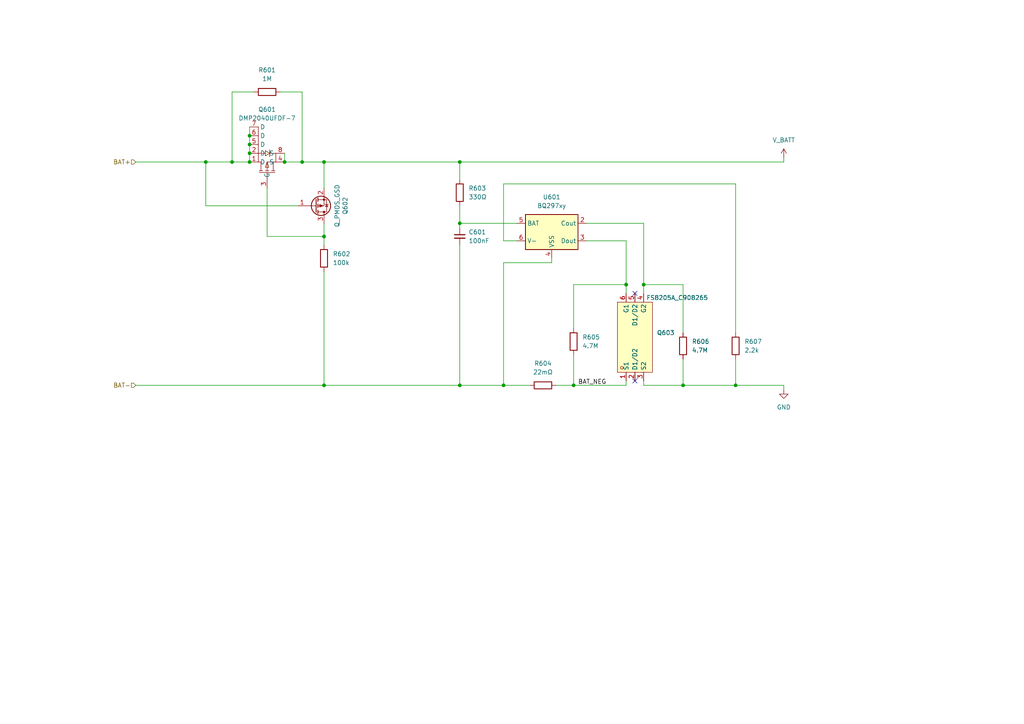
<source format=kicad_sch>
(kicad_sch (version 20250114) (generator "eeschema") (generator_version "9.0")
  (paper "A4")
  (lib_symbols
    (symbol "Battery_Management:BQ297xy"
      (property "Reference" "U" (at -6.35 6.35 0))
      (property "Value" "BQ297xy" (at 5.08 -6.35 0))
      (symbol "BQ297xy_0_1"
        (rectangle (start -7.62 5.08) (end 7.62 -5.08) (stroke (width 0.254)) (fill (type background)))
      )
      (symbol "BQ297xy_1_1"
        (pin input line (at -10.16 2.54 0) (length 2.54) (name "BAT") (number "5"))
        (pin input line (at -10.16 -2.54 0) (length 2.54) (name "V-") (number "6"))
        (pin power_in line (at 0 -7.62 90) (length 2.54) (name "VSS") (number "4"))
        (pin no_connect line (at 7.62 0 180) (length 2.54) (hide yes) (name "NC") (number "1"))
        (pin output line (at 10.16 2.54 180) (length 2.54) (name "Cout") (number "2"))
        (pin output line (at 10.16 -2.54 180) (length 2.54) (name "Dout") (number "3"))
      )
    )
    (symbol "Device:C_Small" (pin_numbers (hide yes)) (pin_names (offset 0.254) (hide yes))
      (property "Reference" "C" (at 0.254 1.778 0))
      (property "Value" "C_Small" (at 0.254 -2.032 0))
      (symbol "C_Small_0_1"
        (polyline (pts (xy -1.524 0.508) (xy 1.524 0.508)) (stroke (width 0.3048)))
        (polyline (pts (xy -1.524 -0.508) (xy 1.524 -0.508)) (stroke (width 0.3302)))
      )
      (symbol "C_Small_1_1"
        (pin passive line (at 0 2.54 270) (length 2.032) (name "~") (number "1"))
        (pin passive line (at 0 -2.54 90) (length 2.032) (name "~") (number "2"))
      )
    )
    (symbol "Device:Q_PMOS_GSD" (pin_names (offset 0) (hide yes))
      (property "Reference" "Q" (at 5.08 1.27 0))
      (property "Value" "Q_PMOS_GSD" (at 5.08 -1.27 0))
      (symbol "Q_PMOS_GSD_0_1"
        (polyline (pts (xy 0.254 1.905) (xy 0.254 -1.905)) (stroke (width 0.254)))
        (polyline (pts (xy 0.254 0) (xy -2.54 0)))
        (polyline (pts (xy 0.762 2.286) (xy 0.762 1.27)) (stroke (width 0.254)))
        (polyline (pts (xy 0.762 1.778) (xy 3.302 1.778) (xy 3.302 -1.778) (xy 0.762 -1.778)))
        (polyline (pts (xy 0.762 0.508) (xy 0.762 -0.508)) (stroke (width 0.254)))
        (polyline (pts (xy 0.762 -1.27) (xy 0.762 -2.286)) (stroke (width 0.254)))
        (circle (center 1.651 0) (radius 2.794) (stroke (width 0.254)))
        (polyline (pts (xy 2.286 0) (xy 1.27 0.381) (xy 1.27 -0.381) (xy 2.286 0)) (fill (type outline)))
        (polyline (pts (xy 2.54 2.54) (xy 2.54 1.778)))
        (circle (center 2.54 1.778) (radius 0.254) (fill (type outline)))
        (circle (center 2.54 -1.778) (radius 0.254) (fill (type outline)))
        (polyline (pts (xy 2.54 -2.54) (xy 2.54 0) (xy 0.762 0)))
        (polyline (pts (xy 2.794 -0.508) (xy 2.921 -0.381) (xy 3.683 -0.381) (xy 3.81 -0.254)))
        (polyline (pts (xy 3.302 -0.381) (xy 2.921 0.254) (xy 3.683 0.254) (xy 3.302 -0.381)))
      )
      (symbol "Q_PMOS_GSD_1_1"
        (pin input line (at -5.08 0 0) (length 2.54) (name "G") (number "1"))
        (pin passive line (at 2.54 5.08 270) (length 2.54) (name "D") (number "3"))
        (pin passive line (at 2.54 -5.08 90) (length 2.54) (name "S") (number "2"))
      )
    )
    (symbol "Device:R" (pin_numbers (hide yes)) (pin_names (offset 0))
      (property "Reference" "R" (at 2.032 0 90))
      (property "Value" "R" (at 0 0 90))
      (symbol "R_0_1"
        (rectangle (start -1.016 -2.54) (end 1.016 2.54) (stroke (width 0.254)))
      )
      (symbol "R_1_1"
        (pin passive line (at 0 3.81 270) (length 1.27) (name "~") (number "1"))
        (pin passive line (at 0 -3.81 90) (length 1.27) (name "~") (number "2"))
      )
    )
    (symbol "cacophony-library:DMP2040UFDF-7"
      (property "Reference" "Q" (at 0 10.16 0))
      (property "Value" "DMP2040UFDF-7" (at 0 -10.16 0))
      (symbol "DMP2040UFDF-7_0_1"
        (polyline (pts (xy -5.08 0) (xy -3.05 0)))
        (polyline (pts (xy -3.05 2.29) (xy -3.05 -2.29)))
        (polyline (pts (xy -2.54 2.29) (xy -2.54 1.27)))
        (polyline (pts (xy -2.54 1.78) (xy 0 1.78) (xy 0 2.54) (xy 10.16 2.54) (xy 2.54 2.54) (xy 2.54 0.51)))
        (polyline (pts (xy -2.54 0) (xy 0 0) (xy 0 -2.54) (xy 2.54 -2.54) (xy 2.54 -2.54) (xy 2.54 -0.76)))
        (polyline (pts (xy -2.54 -0.51) (xy -2.54 0.51)))
        (polyline (pts (xy -2.54 -2.29) (xy -2.54 -1.27)))
        (polyline (pts (xy 0 0) (xy -1.52 -0.51) (xy -1.52 0.51) (xy 0 0)) (fill (type background)))
        (polyline (pts (xy 0 -1.78) (xy -2.54 -1.78)))
        (polyline (pts (xy 2.54 -0.76) (xy 1.78 0.51) (xy 3.3 0.51) (xy 2.54 -0.76)) (fill (type background)))
        (polyline (pts (xy 3.56 -0.76) (xy 3.05 -0.76) (xy 2.03 -0.76) (xy 1.52 -0.76)))
        (pin unspecified line (at -7.62 0 0) (length 2.54) (name "G") (number "3"))
        (pin unspecified line (at 0 5.08 270) (length 2.54) (name "D") (number "1"))
        (pin unspecified line (at 0 -5.08 90) (length 2.54) (name "S") (number "4"))
        (pin unspecified line (at 2.54 5.08 270) (length 2.54) (name "D") (number "2"))
        (pin unspecified line (at 2.54 -5.08 90) (length 2.54) (name "S") (number "8"))
        (pin unspecified line (at 5.08 5.08 270) (length 2.54) (name "D") (number "5"))
        (pin unspecified line (at 7.62 5.08 270) (length 2.54) (name "D") (number "6"))
        (pin unspecified line (at 10.16 5.08 270) (length 2.54) (name "D") (number "7"))
      )
    )
    (symbol "cacophony-library:FS8205A_C908265"
      (property "Reference" "Q" (at 0 7.62 0))
      (property "Value" "FS8205A_C908265" (at 0 -7.62 0))
      (symbol "FS8205A_C908265_0_1"
        (rectangle (start -10.16 5.08) (end 10.16 -5.08) (fill (type background)))
        (circle (center -8.89 3.81) (radius 0.38))
        (pin unspecified line (at -12.7 2.54 0) (length 2.54) (name "S1") (number "1"))
        (pin unspecified line (at -12.7 0 0) (length 2.54) (name "D1/D2") (number "2"))
        (pin unspecified line (at -12.7 -2.54 0) (length 2.54) (name "S2") (number "3"))
        (pin unspecified line (at 12.7 2.54 180) (length 2.54) (name "G1") (number "6"))
        (pin unspecified line (at 12.7 0 180) (length 2.54) (name "D1/D2") (number "5"))
        (pin unspecified line (at 12.7 -2.54 180) (length 2.54) (name "G2") (number "4"))
      )
    )
    (symbol "cacophony-library:V_BATT" (power) (pin_names (offset 0))
      (property "Value" "V_BATT" (at 0 3.81 0))
      (symbol "V_BATT_0_1"
        (polyline (pts (xy -0.762 1.27) (xy 0 2.54)))
        (polyline (pts (xy 0 2.54) (xy 0.762 1.27)))
        (polyline (pts (xy 0 0) (xy 0 2.54)))
      )
      (symbol "V_BATT_1_1"
        (pin power_in line (at 0 0 90) (length 0) (hide yes) (name "V_BATT") (number "1"))
      )
    )
    (symbol "power:GND" (power) (pin_numbers (hide yes)) (pin_names (offset 0) (hide yes))
      (property "Value" "GND" (at 0 -3.81 0))
      (symbol "GND_0_1"
        (polyline (pts (xy 0 0) (xy 0 -1.27) (xy 1.27 -1.27) (xy 0 -2.54) (xy -1.27 -1.27) (xy 0 -1.27)))
      )
      (symbol "GND_1_1"
        (pin power_in line (at 0 0 270) (length 0) (name "~") (number "1"))
      )
    )
  )
  (junction (at 186.69 82.55))
  (junction (at 72.39 41.91))
  (junction (at 82.55 46.99))
  (junction (at 72.39 44.45))
  (junction (at 198.12 111.76))
  (junction (at 133.35 64.77))
  (junction (at 93.98 46.99))
  (junction (at 72.39 46.99))
  (junction (at 72.39 39.37))
  (junction (at 133.35 111.76))
  (junction (at 93.98 68.58))
  (junction (at 93.98 111.76))
  (junction (at 166.37 111.76))
  (junction (at 146.05 111.76))
  (junction (at 87.63 46.99))
  (junction (at 59.69 46.99))
  (junction (at 181.61 82.55))
  (junction (at 133.35 46.99))
  (junction (at 213.36 111.76))
  (junction (at 67.31 46.99))
  (no_connect (at 184.15 85.09))
  (no_connect (at 184.15 110.49))
  (wire (pts (xy 133.35 64.77) (xy 133.35 66.04)))
  (wire (pts (xy 39.37 46.99) (xy 59.69 46.99)))
  (wire (pts (xy 213.36 104.14) (xy 213.36 111.76)))
  (wire (pts (xy 186.69 64.77) (xy 170.18 64.77)))
  (wire (pts (xy 133.35 71.12) (xy 133.35 111.76)))
  (wire (pts (xy 181.61 82.55) (xy 181.61 85.09)))
  (wire (pts (xy 72.39 44.45) (xy 72.39 46.99)))
  (wire (pts (xy 160.02 76.2) (xy 146.05 76.2)))
  (wire (pts (xy 87.63 26.67) (xy 87.63 46.99)))
  (wire (pts (xy 186.69 111.76) (xy 198.12 111.76)))
  (wire (pts (xy 198.12 82.55) (xy 186.69 82.55)))
  (wire (pts (xy 59.69 46.99) (xy 67.31 46.99)))
  (wire (pts (xy 146.05 53.34) (xy 213.36 53.34)))
  (wire (pts (xy 166.37 111.76) (xy 181.61 111.76)))
  (wire (pts (xy 67.31 26.67) (xy 67.31 46.99)))
  (wire (pts (xy 160.02 74.93) (xy 160.02 76.2)))
  (wire (pts (xy 186.69 82.55) (xy 186.69 64.77)))
  (wire (pts (xy 93.98 46.99) (xy 133.35 46.99)))
  (wire (pts (xy 82.55 46.99) (xy 87.63 46.99)))
  (wire (pts (xy 93.98 54.61) (xy 93.98 46.99)))
  (wire (pts (xy 186.69 110.49) (xy 186.69 111.76)))
  (wire (pts (xy 198.12 96.52) (xy 198.12 82.55)))
  (wire (pts (xy 213.36 53.34) (xy 213.36 96.52)))
  (wire (pts (xy 93.98 111.76) (xy 133.35 111.76)))
  (wire (pts (xy 87.63 46.99) (xy 93.98 46.99)))
  (wire (pts (xy 39.37 111.76) (xy 93.98 111.76)))
  (wire (pts (xy 161.29 111.76) (xy 166.37 111.76)))
  (wire (pts (xy 72.39 36.83) (xy 72.39 39.37)))
  (wire (pts (xy 77.47 54.61) (xy 77.47 68.58)))
  (wire (pts (xy 149.86 64.77) (xy 133.35 64.77)))
  (wire (pts (xy 81.28 26.67) (xy 87.63 26.67)))
  (wire (pts (xy 198.12 111.76) (xy 213.36 111.76)))
  (wire (pts (xy 67.31 46.99) (xy 72.39 46.99)))
  (wire (pts (xy 170.18 69.85) (xy 181.61 69.85)))
  (wire (pts (xy 213.36 111.76) (xy 227.33 111.76)))
  (wire (pts (xy 227.33 46.99) (xy 227.33 45.72)))
  (wire (pts (xy 186.69 85.09) (xy 186.69 82.55)))
  (wire (pts (xy 198.12 104.14) (xy 198.12 111.76)))
  (wire (pts (xy 93.98 68.58) (xy 93.98 71.12)))
  (wire (pts (xy 72.39 39.37) (xy 72.39 41.91)))
  (wire (pts (xy 72.39 41.91) (xy 72.39 44.45)))
  (wire (pts (xy 227.33 113.03) (xy 227.33 111.76)))
  (wire (pts (xy 146.05 69.85) (xy 146.05 53.34)))
  (wire (pts (xy 133.35 59.69) (xy 133.35 64.77)))
  (wire (pts (xy 166.37 82.55) (xy 181.61 82.55)))
  (wire (pts (xy 73.66 26.67) (xy 67.31 26.67)))
  (wire (pts (xy 82.55 44.45) (xy 82.55 46.99)))
  (wire (pts (xy 181.61 69.85) (xy 181.61 82.55)))
  (wire (pts (xy 133.35 46.99) (xy 227.33 46.99)))
  (wire (pts (xy 146.05 111.76) (xy 153.67 111.76)))
  (wire (pts (xy 149.86 69.85) (xy 146.05 69.85)))
  (wire (pts (xy 93.98 78.74) (xy 93.98 111.76)))
  (wire (pts (xy 146.05 76.2) (xy 146.05 111.76)))
  (wire (pts (xy 181.61 110.49) (xy 181.61 111.76)))
  (wire (pts (xy 93.98 64.77) (xy 93.98 68.58)))
  (wire (pts (xy 77.47 68.58) (xy 93.98 68.58)))
  (wire (pts (xy 133.35 46.99) (xy 133.35 52.07)))
  (wire (pts (xy 166.37 95.25) (xy 166.37 82.55)))
  (wire (pts (xy 133.35 111.76) (xy 146.05 111.76)))
  (wire (pts (xy 166.37 102.87) (xy 166.37 111.76)))
  (wire (pts (xy 59.69 59.69) (xy 59.69 46.99)))
  (wire (pts (xy 86.36 59.69) (xy 59.69 59.69)))
  (label "BAT_NEG" (at 167.64 111.76 0))
  (hierarchical_label "BAT-" (shape input) (at 39.37 111.76 180))
  (hierarchical_label "BAT+" (shape input) (at 39.37 46.99 180))
  (symbol (lib_id "cacophony-library:DMP2040UFDF-7") (at 77.47 46.99 90) (unit 1)
    (property "Reference" "Q301" (at 77.47 31.75 90))
    (property "Value" "DMP2040UFDF-7" (at 77.47 34.29 90))
    (property "Footprint" "Package_DFN_QFN:Diodes_UDFN2020-6_Type-F" (effects (hide yes)))
    (property "LCSC Part" "C5157762" (effects (hide yes)))
    (instances (project "solar-ltc4015" (path "" (reference "Q601") (unit 1)) (path "" (reference "Q301") (unit 1)) (path "" (reference "Q901") (unit 1)) (path "" (reference "Q1701") (unit 1)) (path "" (reference "Q1501") (unit 1)) (path "" (reference "Q701") (unit 1)) (path "" (reference "Q1601") (unit 1)) (path "" (reference "Q1801") (unit 1)) (path "" (reference "Q1101") (unit 1)) (path "" (reference "Q401") (unit 1)) (path "" (reference "Q1301") (unit 1)) (path "" (reference "Q501") (unit 1)) (path "" (reference "Q1001") (unit 1)) (path "" (reference "Q1201") (unit 1)) (path "" (reference "Q1401") (unit 1)) (path "" (reference "Q801") (unit 1))))
  )
  (symbol (lib_id "cacophony-library:V_BATT") (at 227.33 45.72 0) (unit 1)
    (property "Reference" "#PWR03001" (effects (hide yes)))
    (property "Value" "V_BATT" (at 227.33 40.64 0))
    (property "Description" "Power symbol creates a global label with name \"+1V0\"" (effects (hide yes)))
    (instances (project "solar-ltc4015" (path "" (reference "#PWR0701") (unit 1)) (path "" (reference "#PWR03001") (unit 1)) (path "" (reference "#PWR01301") (unit 1)) (path "" (reference "#PWR01525") (unit 1)) (path "" (reference "#PWR02801") (unit 1)) (path "" (reference "#PWR0901") (unit 1)) (path "" (reference "#PWR02901") (unit 1)) (path "" (reference "#PWR01801") (unit 1)) (path "" (reference "#PWR02401") (unit 1)) (path "" (reference "#PWR0201") (unit 1)) (path "" (reference "#PWR02601") (unit 1)) (path "" (reference "#PWR0401") (unit 1)) (path "" (reference "#PWR02301") (unit 1)) (path "" (reference "#PWR02501") (unit 1)) (path "" (reference "#PWR02701") (unit 1)) (path "" (reference "#PWR01101") (unit 1))))
  )
  (symbol (lib_id "Device:R") (at 93.98 74.93 180) (unit 1)
    (property "Reference" "R302" (at 96.52 73.6599 0) (effects (justify right)))
    (property "Value" "100k" (at 96.52 76.1999 0) (effects (justify right)))
    (property "Footprint" "Resistor_SMD:R_0402_1005Metric" (effects (hide yes)))
    (property "Description" "Resistor" (effects (hide yes)))
    (instances (project "solar-ltc4015" (path "" (reference "R602") (unit 1)) (path "" (reference "R302") (unit 1)) (path "" (reference "R902") (unit 1)) (path "" (reference "R1702") (unit 1)) (path "" (reference "R1502") (unit 1)) (path "" (reference "R702") (unit 1)) (path "" (reference "R1602") (unit 1)) (path "" (reference "R1802") (unit 1)) (path "" (reference "R1102") (unit 1)) (path "" (reference "R402") (unit 1)) (path "" (reference "R1302") (unit 1)) (path "" (reference "R502") (unit 1)) (path "" (reference "R1002") (unit 1)) (path "" (reference "R1202") (unit 1)) (path "" (reference "R1402") (unit 1)) (path "" (reference "R802") (unit 1))))
  )
  (symbol (lib_id "Device:R") (at 198.12 100.33 0) (unit 1)
    (property "Reference" "R306" (at 200.66 99.0599 0) (effects (justify left)))
    (property "Value" "4.7M" (at 200.66 101.5999 0) (effects (justify left)))
    (property "Footprint" "Resistor_SMD:R_0402_1005Metric" (effects (hide yes)))
    (property "Description" "Resistor" (effects (hide yes)))
    (property "LCSC Part" "C23163" (effects (hide yes)))
    (instances (project "solar-ltc4015" (path "" (reference "R606") (unit 1)) (path "" (reference "R306") (unit 1)) (path "" (reference "R906") (unit 1)) (path "" (reference "R1706") (unit 1)) (path "" (reference "R1506") (unit 1)) (path "" (reference "R706") (unit 1)) (path "" (reference "R1606") (unit 1)) (path "" (reference "R1806") (unit 1)) (path "" (reference "R1106") (unit 1)) (path "" (reference "R406") (unit 1)) (path "" (reference "R1306") (unit 1)) (path "" (reference "R506") (unit 1)) (path "" (reference "R1006") (unit 1)) (path "" (reference "R1206") (unit 1)) (path "" (reference "R1406") (unit 1)) (path "" (reference "R806") (unit 1))))
  )
  (symbol (lib_id "power:GND") (at 227.33 113.03 0) (unit 1)
    (property "Reference" "#PWR03002" (effects (hide yes)))
    (property "Value" "GND" (at 227.33 118.11 0))
    (property "Description" "Power symbol creates a global label with name \"GND\" , ground" (effects (hide yes)))
    (instances (project "solar-ltc4015" (path "" (reference "#PWR0702") (unit 1)) (path "" (reference "#PWR03002") (unit 1)) (path "" (reference "#PWR01302") (unit 1)) (path "" (reference "#PWR01526") (unit 1)) (path "" (reference "#PWR02802") (unit 1)) (path "" (reference "#PWR0902") (unit 1)) (path "" (reference "#PWR02902") (unit 1)) (path "" (reference "#PWR01802") (unit 1)) (path "" (reference "#PWR02402") (unit 1)) (path "" (reference "#PWR0202") (unit 1)) (path "" (reference "#PWR02602") (unit 1)) (path "" (reference "#PWR0402") (unit 1)) (path "" (reference "#PWR02302") (unit 1)) (path "" (reference "#PWR02502") (unit 1)) (path "" (reference "#PWR02702") (unit 1)) (path "" (reference "#PWR01102") (unit 1))))
  )
  (symbol (lib_id "Device:R") (at 213.36 100.33 0) (unit 1)
    (property "Reference" "R307" (at 215.9 99.0599 0) (effects (justify left)))
    (property "Value" "2.2k" (at 215.9 101.5999 0) (effects (justify left)))
    (property "Footprint" "Resistor_SMD:R_0402_1005Metric" (effects (hide yes)))
    (property "Description" "Resistor" (effects (hide yes)))
    (property "LCSC Part" "C25879" (effects (hide yes)))
    (instances (project "solar-ltc4015" (path "" (reference "R607") (unit 1)) (path "" (reference "R307") (unit 1)) (path "" (reference "R907") (unit 1)) (path "" (reference "R1707") (unit 1)) (path "" (reference "R1507") (unit 1)) (path "" (reference "R707") (unit 1)) (path "" (reference "R1607") (unit 1)) (path "" (reference "R1807") (unit 1)) (path "" (reference "R1107") (unit 1)) (path "" (reference "R407") (unit 1)) (path "" (reference "R1307") (unit 1)) (path "" (reference "R507") (unit 1)) (path "" (reference "R1007") (unit 1)) (path "" (reference "R1207") (unit 1)) (path "" (reference "R1407") (unit 1)) (path "" (reference "R807") (unit 1))))
  )
  (symbol (lib_id "Battery_Management:BQ297xy") (at 160.02 67.31 0) (unit 1)
    (property "Reference" "U301" (at 160.02 57.15 0))
    (property "Value" "BQ297xy" (at 160.02 59.69 0))
    (property "Footprint" "cacophony-library:WSON-6_1.5x1.5mm_P0.5mm" (effects (hide yes)))
    (property "Datasheet" "http://www.ti.com/lit/ds/symlink/bq2970.pdf" (effects (hide yes)))
    (property "Description" "Voltage and Current Protection for Single-Cell Li-Ion and Li-Polymer Batteries" (effects (hide yes)))
    (property "LCSC Part" "C183096" (effects (hide yes)))
    (instances (project "solar-ltc4015" (path "" (reference "U601") (unit 1)) (path "" (reference "U301") (unit 1)) (path "" (reference "U901") (unit 1)) (path "" (reference "U1701") (unit 1)) (path "" (reference "U1501") (unit 1)) (path "" (reference "U701") (unit 1)) (path "" (reference "U1601") (unit 1)) (path "" (reference "U1801") (unit 1)) (path "" (reference "U1101") (unit 1)) (path "" (reference "U401") (unit 1)) (path "" (reference "U1301") (unit 1)) (path "" (reference "U501") (unit 1)) (path "" (reference "U1001") (unit 1)) (path "" (reference "U1201") (unit 1)) (path "" (reference "U1401") (unit 1)) (path "" (reference "U801") (unit 1))))
  )
  (symbol (lib_id "Device:R") (at 157.48 111.76 90) (unit 1)
    (property "Reference" "R304" (at 157.48 105.41 90))
    (property "Value" "22mΩ" (at 157.48 107.95 90))
    (property "Footprint" "Resistor_SMD:R_0805_2012Metric" (effects (hide yes)))
    (property "Description" "Resistor" (effects (hide yes)))
    (property "LCSC Part" "C247595" (effects (hide yes)))
    (instances (project "solar-ltc4015" (path "" (reference "R604") (unit 1)) (path "" (reference "R304") (unit 1)) (path "" (reference "R904") (unit 1)) (path "" (reference "R1704") (unit 1)) (path "" (reference "R1504") (unit 1)) (path "" (reference "R704") (unit 1)) (path "" (reference "R1604") (unit 1)) (path "" (reference "R1804") (unit 1)) (path "" (reference "R1104") (unit 1)) (path "" (reference "R404") (unit 1)) (path "" (reference "R1304") (unit 1)) (path "" (reference "R504") (unit 1)) (path "" (reference "R1004") (unit 1)) (path "" (reference "R1204") (unit 1)) (path "" (reference "R1404") (unit 1)) (path "" (reference "R804") (unit 1))))
  )
  (symbol (lib_id "Device:Q_PMOS_GSD") (at 91.44 59.69 0) (mirror x) (unit 1)
    (property "Reference" "Q302" (at 100.1268 59.69 90))
    (property "Value" "Q_PMOS_GSD" (at 97.79 59.69 90))
    (property "Footprint" "cacophony-library:SOT-523" (effects (hide yes)))
    (property "LCSC" "C150733" (effects (hide yes)))
    (property "LCSC Part" "C150733" (effects (hide yes)))
    (instances (project "solar-ltc4015" (path "" (reference "Q602") (unit 1)) (path "" (reference "Q302") (unit 1)) (path "" (reference "Q902") (unit 1)) (path "" (reference "Q1702") (unit 1)) (path "" (reference "Q1502") (unit 1)) (path "" (reference "Q702") (unit 1)) (path "" (reference "Q1602") (unit 1)) (path "" (reference "Q1802") (unit 1)) (path "" (reference "Q1102") (unit 1)) (path "" (reference "Q402") (unit 1)) (path "" (reference "Q1302") (unit 1)) (path "" (reference "Q502") (unit 1)) (path "" (reference "Q1002") (unit 1)) (path "" (reference "Q1202") (unit 1)) (path "" (reference "Q1402") (unit 1)) (path "" (reference "Q802") (unit 1))))
  )
  (symbol (lib_id "Device:C_Small") (at 133.35 68.58 0) (unit 1)
    (property "Reference" "C301" (at 135.89 67.3162 0) (effects (justify left)))
    (property "Value" "100nF" (at 135.89 69.8562 0) (effects (justify left)))
    (property "Footprint" "Resistor_SMD:R_0402_1005Metric" (effects (hide yes)))
    (property "Description" "Unpolarized capacitor, small symbol" (effects (hide yes)))
    (property "LCSC Part" "C1525" (effects (hide yes)))
    (instances (project "solar-ltc4015" (path "" (reference "C601") (unit 1)) (path "" (reference "C301") (unit 1)) (path "" (reference "C901") (unit 1)) (path "" (reference "C1701") (unit 1)) (path "" (reference "C1501") (unit 1)) (path "" (reference "C701") (unit 1)) (path "" (reference "C1601") (unit 1)) (path "" (reference "C1801") (unit 1)) (path "" (reference "C1101") (unit 1)) (path "" (reference "C401") (unit 1)) (path "" (reference "C1301") (unit 1)) (path "" (reference "C501") (unit 1)) (path "" (reference "C1001") (unit 1)) (path "" (reference "C1201") (unit 1)) (path "" (reference "C1401") (unit 1)) (path "" (reference "C801") (unit 1))))
  )
  (symbol (lib_id "Device:R") (at 133.35 55.88 0) (unit 1)
    (property "Reference" "R303" (at 135.89 54.6099 0) (effects (justify left)))
    (property "Value" "330Ω" (at 135.89 57.1499 0) (effects (justify left)))
    (property "Footprint" "Resistor_SMD:R_0402_1005Metric" (effects (hide yes)))
    (property "Description" "Resistor" (effects (hide yes)))
    (property "LCSC Part" "C25104" (effects (hide yes)))
    (instances (project "solar-ltc4015" (path "" (reference "R603") (unit 1)) (path "" (reference "R303") (unit 1)) (path "" (reference "R903") (unit 1)) (path "" (reference "R1703") (unit 1)) (path "" (reference "R1503") (unit 1)) (path "" (reference "R703") (unit 1)) (path "" (reference "R1603") (unit 1)) (path "" (reference "R1803") (unit 1)) (path "" (reference "R1103") (unit 1)) (path "" (reference "R403") (unit 1)) (path "" (reference "R1303") (unit 1)) (path "" (reference "R503") (unit 1)) (path "" (reference "R1003") (unit 1)) (path "" (reference "R1203") (unit 1)) (path "" (reference "R1403") (unit 1)) (path "" (reference "R803") (unit 1))))
  )
  (symbol (lib_id "Device:R") (at 77.47 26.67 90) (unit 1)
    (property "Reference" "R301" (at 77.47 20.32 90))
    (property "Value" "1M" (at 77.47 22.86 90))
    (property "Footprint" "Resistor_SMD:R_0402_1005Metric" (effects (hide yes)))
    (property "Description" "Resistor" (effects (hide yes)))
    (instances (project "solar-ltc4015" (path "" (reference "R601") (unit 1)) (path "" (reference "R301") (unit 1)) (path "" (reference "R901") (unit 1)) (path "" (reference "R1701") (unit 1)) (path "" (reference "R1501") (unit 1)) (path "" (reference "R701") (unit 1)) (path "" (reference "R1601") (unit 1)) (path "" (reference "R1801") (unit 1)) (path "" (reference "R1101") (unit 1)) (path "" (reference "R401") (unit 1)) (path "" (reference "R1301") (unit 1)) (path "" (reference "R501") (unit 1)) (path "" (reference "R1001") (unit 1)) (path "" (reference "R1201") (unit 1)) (path "" (reference "R1401") (unit 1)) (path "" (reference "R801") (unit 1))))
  )
  (symbol (lib_id "cacophony-library:FS8205A_C908265") (at 184.15 97.79 90) (unit 1)
    (property "Reference" "Q303" (at 190.5 96.5199 90) (effects (justify right)))
    (property "Value" "FS8205A_C908265" (at 187.452 86.36 90) (effects (justify right)))
    (property "Footprint" "Package_TO_SOT_SMD:SOT-23-6" (effects (hide yes)))
    (property "Datasheet" "https://lcsc.com/product-detail/MOSFET_FUXINSEMI-FS8205A_C908265.html" (effects (hide yes)))
    (property "LCSC Part" "C908265" (effects (hide yes)))
    (instances (project "solar-ltc4015" (path "" (reference "Q603") (unit 1)) (path "" (reference "Q303") (unit 1)) (path "" (reference "Q903") (unit 1)) (path "" (reference "Q1703") (unit 1)) (path "" (reference "Q1503") (unit 1)) (path "" (reference "Q703") (unit 1)) (path "" (reference "Q1603") (unit 1)) (path "" (reference "Q1803") (unit 1)) (path "" (reference "Q1103") (unit 1)) (path "" (reference "Q403") (unit 1)) (path "" (reference "Q1303") (unit 1)) (path "" (reference "Q503") (unit 1)) (path "" (reference "Q1003") (unit 1)) (path "" (reference "Q1203") (unit 1)) (path "" (reference "Q1403") (unit 1)) (path "" (reference "Q803") (unit 1))))
  )
  (symbol (lib_id "Device:R") (at 166.37 99.06 0) (unit 1)
    (property "Reference" "R305" (at 168.91 97.7899 0) (effects (justify left)))
    (property "Value" "4.7M" (at 168.91 100.3299 0) (effects (justify left)))
    (property "Footprint" "Resistor_SMD:R_0402_1005Metric" (effects (hide yes)))
    (property "Description" "Resistor" (effects (hide yes)))
    (property "LCSC Part" "C23163" (effects (hide yes)))
    (instances (project "solar-ltc4015" (path "" (reference "R605") (unit 1)) (path "" (reference "R305") (unit 1)) (path "" (reference "R905") (unit 1)) (path "" (reference "R1705") (unit 1)) (path "" (reference "R1505") (unit 1)) (path "" (reference "R705") (unit 1)) (path "" (reference "R1605") (unit 1)) (path "" (reference "R1805") (unit 1)) (path "" (reference "R1105") (unit 1)) (path "" (reference "R405") (unit 1)) (path "" (reference "R1305") (unit 1)) (path "" (reference "R505") (unit 1)) (path "" (reference "R1005") (unit 1)) (path "" (reference "R1205") (unit 1)) (path "" (reference "R1405") (unit 1)) (path "" (reference "R805") (unit 1))))
  )
)
</source>
